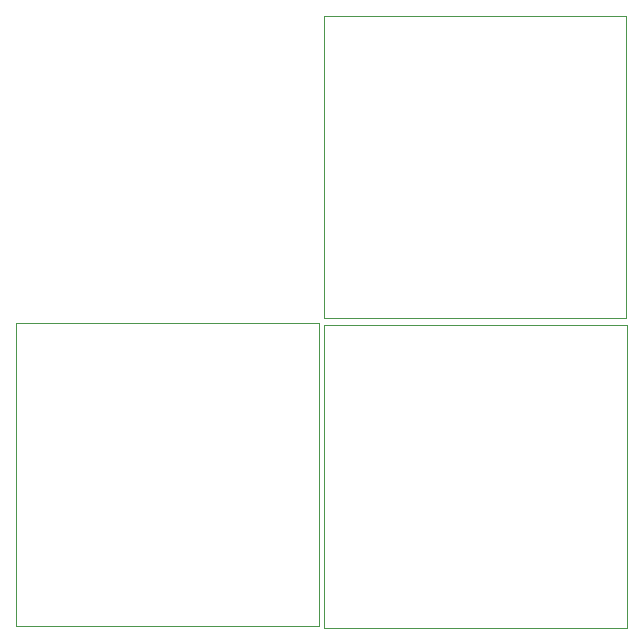
<source format=gbr>
%TF.GenerationSoftware,KiCad,Pcbnew,(5.1.10)-1*%
%TF.CreationDate,2023-09-05T19:57:07-05:00*%
%TF.ProjectId,perovskite_contact_board,7065726f-7673-46b6-9974-655f636f6e74,V3*%
%TF.SameCoordinates,Original*%
%TF.FileFunction,Legend,Top*%
%TF.FilePolarity,Positive*%
%FSLAX46Y46*%
G04 Gerber Fmt 4.6, Leading zero omitted, Abs format (unit mm)*
G04 Created by KiCad (PCBNEW (5.1.10)-1) date 2023-09-05 19:57:07*
%MOMM*%
%LPD*%
G01*
G04 APERTURE LIST*
%ADD10C,0.120000*%
G04 APERTURE END LIST*
D10*
%TO.C,U3*%
X150177500Y-123463000D02*
X150177500Y-97813000D01*
X175827500Y-123463000D02*
X175827500Y-97813000D01*
X150177500Y-97813000D02*
X175827500Y-97813000D01*
X150177500Y-123463000D02*
X175827500Y-123463000D01*
%TO.C,U2*%
X124079000Y-123263000D02*
X124079000Y-97613000D01*
X149729000Y-123263000D02*
X149729000Y-97613000D01*
X124079000Y-97613000D02*
X149729000Y-97613000D01*
X124079000Y-123263000D02*
X149729000Y-123263000D01*
%TO.C,U1*%
X150114000Y-97260000D02*
X150114000Y-71610000D01*
X175764000Y-97260000D02*
X175764000Y-71610000D01*
X150114000Y-71610000D02*
X175764000Y-71610000D01*
X150114000Y-97260000D02*
X175764000Y-97260000D01*
%TD*%
M02*

</source>
